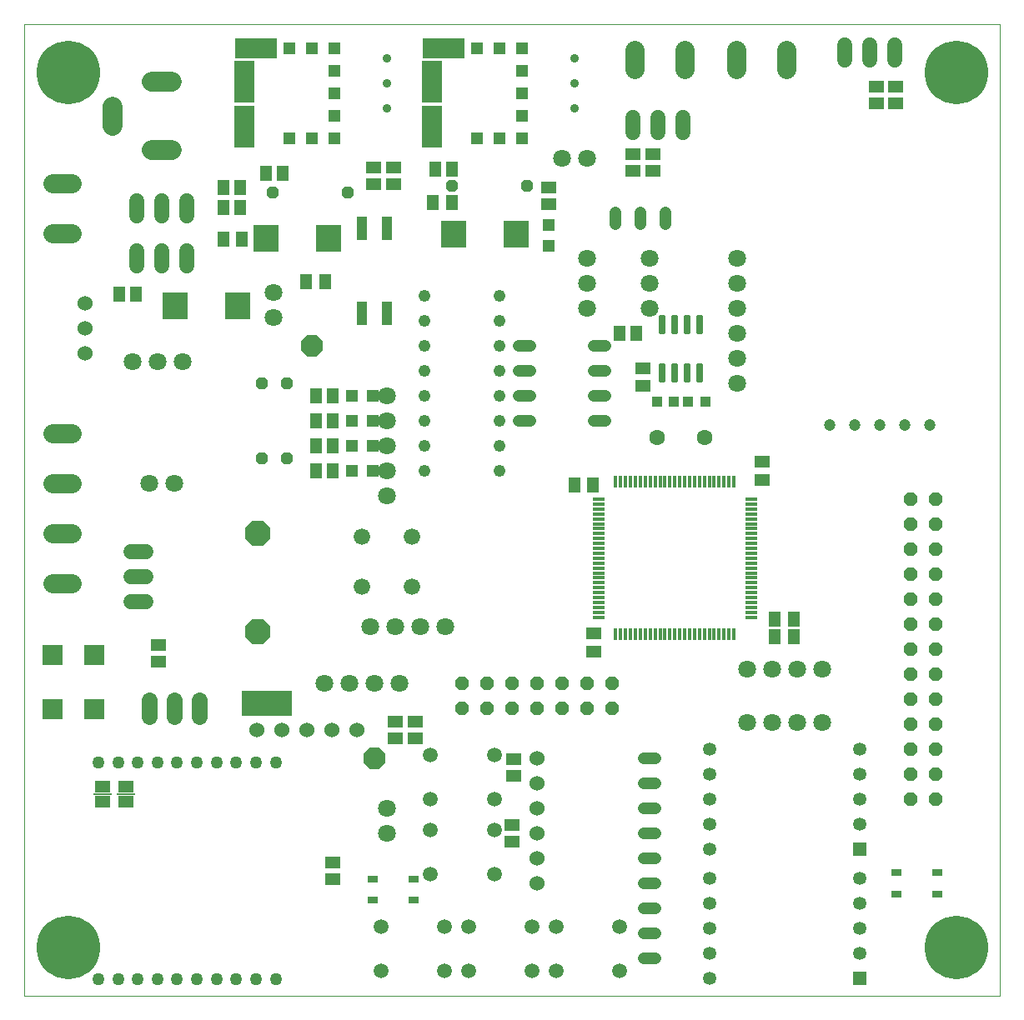
<source format=gts>
G04 EAGLE Gerber X2 export*
%TF.Part,Single*%
%TF.FileFunction,Other,Solder Mask top*%
%TF.FilePolarity,Positive*%
%TF.GenerationSoftware,Autodesk,EAGLE,9.2.1*%
%TF.CreationDate,2019-04-01T06:43:25Z*%
G75*
%MOMM*%
%FSLAX34Y34*%
%LPD*%
%INSolder Mask top*%
%IPPOS*%
%AMOC8*
5,1,8,0,0,1.08239X$1,22.5*%
G01*
%ADD10C,0.000000*%
%ADD11R,1.270000X1.270000*%
%ADD12R,2.030000X4.320000*%
%ADD13R,4.320000X2.030000*%
%ADD14R,1.500000X1.300000*%
%ADD15R,1.300000X1.500000*%
%ADD16C,1.676400*%
%ADD17C,1.800000*%
%ADD18C,1.219200*%
%ADD19P,1.319650X8X202.500000*%
%ADD20P,1.484606X8X202.500000*%
%ADD21C,1.524000*%
%ADD22P,1.319650X8X22.500000*%
%ADD23C,1.650000*%
%ADD24P,2.749271X8X292.500000*%
%ADD25C,0.914400*%
%ADD26R,1.130000X2.440000*%
%ADD27R,1.200000X1.200000*%
%ADD28C,1.981200*%
%ADD29P,1.484606X8X292.500000*%
%ADD30C,1.524000*%
%ADD31C,0.300000*%
%ADD32C,2.000000*%
%ADD33C,1.500000*%
%ADD34P,2.336880X8X22.500000*%
%ADD35R,5.080000X2.540000*%
%ADD36R,2.550000X2.700000*%
%ADD37R,2.100000X2.100000*%
%ADD38C,1.219200*%
%ADD39R,0.300000X1.200000*%
%ADD40R,1.200000X0.300000*%
%ADD41C,1.270000*%
%ADD42R,1.100000X1.000000*%
%ADD43R,1.600200X1.168400*%
%ADD44R,1.828800X0.152400*%
%ADD45R,1.050000X0.650000*%
%ADD46C,1.600000*%
%ADD47C,1.200000*%
%ADD48R,1.350000X1.350000*%
%ADD49C,1.350000*%
%ADD50C,6.451600*%


D10*
X0Y12700D02*
X990400Y12700D01*
X990400Y1000000D01*
X0Y1000000D01*
X0Y12700D01*
D11*
X269200Y883900D03*
D12*
X223500Y895300D03*
X223500Y941100D03*
D13*
X234900Y975400D03*
D11*
X269200Y975400D03*
X315000Y975400D03*
X315000Y929700D03*
X315000Y906800D03*
X315000Y883900D03*
X292100Y883900D03*
X292100Y975400D03*
X315000Y952500D03*
X459700Y883900D03*
D12*
X414000Y895300D03*
X414000Y941100D03*
D13*
X425400Y975400D03*
D11*
X459700Y975400D03*
X505500Y975400D03*
X505500Y929700D03*
X505500Y906800D03*
X505500Y883900D03*
X482600Y883900D03*
X482600Y975400D03*
X505500Y952500D03*
D14*
X374904Y854066D03*
X374904Y837066D03*
D15*
X433950Y852170D03*
X416950Y852170D03*
X201812Y834136D03*
X218812Y834136D03*
X245500Y848614D03*
X262500Y848614D03*
D16*
X393700Y479425D03*
X342900Y479425D03*
X342900Y428625D03*
X393700Y428625D03*
D15*
X621275Y685800D03*
X604275Y685800D03*
D14*
X628396Y649723D03*
X628396Y632723D03*
D17*
X381000Y330200D03*
X355600Y330200D03*
X330200Y330200D03*
X304800Y330200D03*
D18*
X482600Y546100D03*
X482600Y571500D03*
X482600Y698500D03*
X482600Y723900D03*
X482600Y596900D03*
X482600Y622300D03*
X482600Y673100D03*
X482600Y647700D03*
X406400Y723900D03*
X406400Y698500D03*
X406400Y673100D03*
X406400Y647700D03*
X406400Y622300D03*
X406400Y596900D03*
X406400Y571500D03*
X406400Y546100D03*
D15*
X313300Y546100D03*
X296300Y546100D03*
X313300Y571500D03*
X296300Y571500D03*
X313300Y596900D03*
X296300Y596900D03*
X313300Y622300D03*
X296300Y622300D03*
D17*
X368300Y520700D03*
X368300Y546100D03*
X368300Y571500D03*
X368300Y596900D03*
X368300Y622300D03*
D19*
X266700Y635000D03*
X241300Y635000D03*
X266700Y558800D03*
X241300Y558800D03*
D14*
X135890Y352180D03*
X135890Y369180D03*
D15*
X113275Y725488D03*
X96275Y725488D03*
D17*
X127000Y533400D03*
X152400Y533400D03*
D20*
X596900Y304800D03*
X596900Y330200D03*
X571500Y304800D03*
X571500Y330200D03*
X546100Y304800D03*
X546100Y330200D03*
X520700Y304800D03*
X520700Y330200D03*
X495300Y304800D03*
X495300Y330200D03*
X469900Y304800D03*
X469900Y330200D03*
X444500Y304800D03*
X444500Y330200D03*
D21*
X114300Y805180D02*
X114300Y820420D01*
X139700Y820420D02*
X139700Y805180D01*
X165100Y805180D02*
X165100Y820420D01*
X123190Y412750D02*
X107950Y412750D01*
X107950Y438150D02*
X123190Y438150D01*
X123190Y463550D02*
X107950Y463550D01*
X114300Y754380D02*
X114300Y769620D01*
X139700Y769620D02*
X139700Y754380D01*
X165100Y754380D02*
X165100Y769620D01*
D22*
X433832Y835914D03*
X510032Y835914D03*
X252222Y828548D03*
X328422Y828548D03*
D23*
X177800Y313050D02*
X177800Y296550D01*
X152400Y296550D02*
X152400Y313050D01*
X127000Y313050D02*
X127000Y296550D01*
D24*
X236728Y482346D03*
X236728Y382270D03*
D14*
X354330Y837066D03*
X354330Y854066D03*
D15*
X218812Y813562D03*
X201812Y813562D03*
D25*
X558800Y965200D03*
X558800Y939800D03*
X558800Y914400D03*
X368300Y965200D03*
X368300Y939800D03*
X368300Y914400D03*
D26*
X368300Y792300D03*
X342900Y792300D03*
X342900Y706300D03*
X368300Y706300D03*
D17*
X723900Y762000D03*
X723900Y736600D03*
X723900Y711200D03*
X723900Y685800D03*
X723900Y660400D03*
X723900Y635000D03*
D27*
X353400Y546100D03*
X332400Y546100D03*
X353400Y571500D03*
X332400Y571500D03*
X353400Y596900D03*
X332400Y596900D03*
X353400Y622300D03*
X332400Y622300D03*
D17*
X109792Y657162D03*
X135192Y657162D03*
X160592Y657162D03*
D28*
X48006Y482346D02*
X28194Y482346D01*
X28194Y432054D02*
X48006Y432054D01*
X48006Y583946D02*
X28194Y583946D01*
X28194Y533654D02*
X48006Y533654D01*
X48006Y837946D02*
X28194Y837946D01*
X28194Y787654D02*
X48006Y787654D01*
D29*
X925513Y517525D03*
X900113Y517525D03*
X925513Y492125D03*
X900113Y492125D03*
X925513Y466725D03*
X900113Y466725D03*
X925513Y441325D03*
X900113Y441325D03*
X925513Y415925D03*
X900113Y415925D03*
X925513Y390525D03*
X900113Y390525D03*
X925513Y365125D03*
X900113Y365125D03*
X925513Y339725D03*
X900113Y339725D03*
X925513Y314325D03*
X900113Y314325D03*
X925513Y288925D03*
X900113Y288925D03*
X925513Y263525D03*
X900113Y263525D03*
X925513Y238125D03*
X900113Y238125D03*
X925513Y212725D03*
X900113Y212725D03*
D17*
X635000Y711200D03*
X635000Y736600D03*
X635000Y762000D03*
X571500Y711200D03*
X571500Y736600D03*
X571500Y762000D03*
X368300Y177800D03*
X368300Y203200D03*
D30*
X235966Y282956D03*
X261366Y282956D03*
X286766Y282956D03*
X312166Y282956D03*
X337566Y282956D03*
D31*
X649200Y637275D02*
X649200Y653375D01*
X649200Y637275D02*
X646200Y637275D01*
X646200Y653375D01*
X649200Y653375D01*
X649200Y640125D02*
X646200Y640125D01*
X646200Y642975D02*
X649200Y642975D01*
X649200Y645825D02*
X646200Y645825D01*
X646200Y648675D02*
X649200Y648675D01*
X649200Y651525D02*
X646200Y651525D01*
X661900Y653375D02*
X661900Y637275D01*
X658900Y637275D01*
X658900Y653375D01*
X661900Y653375D01*
X661900Y640125D02*
X658900Y640125D01*
X658900Y642975D02*
X661900Y642975D01*
X661900Y645825D02*
X658900Y645825D01*
X658900Y648675D02*
X661900Y648675D01*
X661900Y651525D02*
X658900Y651525D01*
X674600Y653375D02*
X674600Y637275D01*
X671600Y637275D01*
X671600Y653375D01*
X674600Y653375D01*
X674600Y640125D02*
X671600Y640125D01*
X671600Y642975D02*
X674600Y642975D01*
X674600Y645825D02*
X671600Y645825D01*
X671600Y648675D02*
X674600Y648675D01*
X674600Y651525D02*
X671600Y651525D01*
X687300Y653375D02*
X687300Y637275D01*
X684300Y637275D01*
X684300Y653375D01*
X687300Y653375D01*
X687300Y640125D02*
X684300Y640125D01*
X684300Y642975D02*
X687300Y642975D01*
X687300Y645825D02*
X684300Y645825D01*
X684300Y648675D02*
X687300Y648675D01*
X687300Y651525D02*
X684300Y651525D01*
X687300Y686475D02*
X687300Y702575D01*
X687300Y686475D02*
X684300Y686475D01*
X684300Y702575D01*
X687300Y702575D01*
X687300Y689325D02*
X684300Y689325D01*
X684300Y692175D02*
X687300Y692175D01*
X687300Y695025D02*
X684300Y695025D01*
X684300Y697875D02*
X687300Y697875D01*
X687300Y700725D02*
X684300Y700725D01*
X674600Y702575D02*
X674600Y686475D01*
X671600Y686475D01*
X671600Y702575D01*
X674600Y702575D01*
X674600Y689325D02*
X671600Y689325D01*
X671600Y692175D02*
X674600Y692175D01*
X674600Y695025D02*
X671600Y695025D01*
X671600Y697875D02*
X674600Y697875D01*
X674600Y700725D02*
X671600Y700725D01*
X661900Y702575D02*
X661900Y686475D01*
X658900Y686475D01*
X658900Y702575D01*
X661900Y702575D01*
X661900Y689325D02*
X658900Y689325D01*
X658900Y692175D02*
X661900Y692175D01*
X661900Y695025D02*
X658900Y695025D01*
X658900Y697875D02*
X661900Y697875D01*
X661900Y700725D02*
X658900Y700725D01*
X649200Y702575D02*
X649200Y686475D01*
X646200Y686475D01*
X646200Y702575D01*
X649200Y702575D01*
X649200Y689325D02*
X646200Y689325D01*
X646200Y692175D02*
X649200Y692175D01*
X649200Y695025D02*
X646200Y695025D01*
X646200Y697875D02*
X649200Y697875D01*
X649200Y700725D02*
X646200Y700725D01*
D17*
X253111Y726758D03*
X253111Y701358D03*
X571500Y863600D03*
X546100Y863600D03*
D10*
X149700Y936700D02*
X149840Y936702D01*
X149980Y936708D01*
X150120Y936718D01*
X150260Y936731D01*
X150399Y936749D01*
X150538Y936771D01*
X150675Y936796D01*
X150813Y936825D01*
X150949Y936858D01*
X151084Y936895D01*
X151218Y936936D01*
X151351Y936981D01*
X151483Y937029D01*
X151613Y937081D01*
X151742Y937136D01*
X151869Y937195D01*
X151995Y937258D01*
X152119Y937324D01*
X152240Y937393D01*
X152360Y937466D01*
X152478Y937543D01*
X152593Y937622D01*
X152707Y937705D01*
X152817Y937791D01*
X152926Y937880D01*
X153032Y937972D01*
X153135Y938067D01*
X153236Y938164D01*
X153333Y938265D01*
X153428Y938368D01*
X153520Y938474D01*
X153609Y938583D01*
X153695Y938693D01*
X153778Y938807D01*
X153857Y938922D01*
X153934Y939040D01*
X154007Y939160D01*
X154076Y939281D01*
X154142Y939405D01*
X154205Y939531D01*
X154264Y939658D01*
X154319Y939787D01*
X154371Y939917D01*
X154419Y940049D01*
X154464Y940182D01*
X154505Y940316D01*
X154542Y940451D01*
X154575Y940587D01*
X154604Y940725D01*
X154629Y940862D01*
X154651Y941001D01*
X154669Y941140D01*
X154682Y941280D01*
X154692Y941420D01*
X154698Y941560D01*
X154700Y941700D01*
X154698Y941840D01*
X154692Y941980D01*
X154682Y942120D01*
X154669Y942260D01*
X154651Y942399D01*
X154629Y942538D01*
X154604Y942675D01*
X154575Y942813D01*
X154542Y942949D01*
X154505Y943084D01*
X154464Y943218D01*
X154419Y943351D01*
X154371Y943483D01*
X154319Y943613D01*
X154264Y943742D01*
X154205Y943869D01*
X154142Y943995D01*
X154076Y944119D01*
X154007Y944240D01*
X153934Y944360D01*
X153857Y944478D01*
X153778Y944593D01*
X153695Y944707D01*
X153609Y944817D01*
X153520Y944926D01*
X153428Y945032D01*
X153333Y945135D01*
X153236Y945236D01*
X153135Y945333D01*
X153032Y945428D01*
X152926Y945520D01*
X152817Y945609D01*
X152707Y945695D01*
X152593Y945778D01*
X152478Y945857D01*
X152360Y945934D01*
X152240Y946007D01*
X152119Y946076D01*
X151995Y946142D01*
X151869Y946205D01*
X151742Y946264D01*
X151613Y946319D01*
X151483Y946371D01*
X151351Y946419D01*
X151218Y946464D01*
X151084Y946505D01*
X150949Y946542D01*
X150813Y946575D01*
X150675Y946604D01*
X150538Y946629D01*
X150399Y946651D01*
X150260Y946669D01*
X150120Y946682D01*
X149980Y946692D01*
X149840Y946698D01*
X149700Y946700D01*
X129700Y946700D02*
X129560Y946698D01*
X129420Y946692D01*
X129280Y946682D01*
X129140Y946669D01*
X129001Y946651D01*
X128862Y946629D01*
X128725Y946604D01*
X128587Y946575D01*
X128451Y946542D01*
X128316Y946505D01*
X128182Y946464D01*
X128049Y946419D01*
X127917Y946371D01*
X127787Y946319D01*
X127658Y946264D01*
X127531Y946205D01*
X127405Y946142D01*
X127281Y946076D01*
X127160Y946007D01*
X127040Y945934D01*
X126922Y945857D01*
X126807Y945778D01*
X126693Y945695D01*
X126583Y945609D01*
X126474Y945520D01*
X126368Y945428D01*
X126265Y945333D01*
X126164Y945236D01*
X126067Y945135D01*
X125972Y945032D01*
X125880Y944926D01*
X125791Y944817D01*
X125705Y944707D01*
X125622Y944593D01*
X125543Y944478D01*
X125466Y944360D01*
X125393Y944240D01*
X125324Y944119D01*
X125258Y943995D01*
X125195Y943869D01*
X125136Y943742D01*
X125081Y943613D01*
X125029Y943483D01*
X124981Y943351D01*
X124936Y943218D01*
X124895Y943084D01*
X124858Y942949D01*
X124825Y942813D01*
X124796Y942675D01*
X124771Y942538D01*
X124749Y942399D01*
X124731Y942260D01*
X124718Y942120D01*
X124708Y941980D01*
X124702Y941840D01*
X124700Y941700D01*
X124702Y941560D01*
X124708Y941420D01*
X124718Y941280D01*
X124731Y941140D01*
X124749Y941001D01*
X124771Y940862D01*
X124796Y940725D01*
X124825Y940587D01*
X124858Y940451D01*
X124895Y940316D01*
X124936Y940182D01*
X124981Y940049D01*
X125029Y939917D01*
X125081Y939787D01*
X125136Y939658D01*
X125195Y939531D01*
X125258Y939405D01*
X125324Y939281D01*
X125393Y939160D01*
X125466Y939040D01*
X125543Y938922D01*
X125622Y938807D01*
X125705Y938693D01*
X125791Y938583D01*
X125880Y938474D01*
X125972Y938368D01*
X126067Y938265D01*
X126164Y938164D01*
X126265Y938067D01*
X126368Y937972D01*
X126474Y937880D01*
X126583Y937791D01*
X126693Y937705D01*
X126807Y937622D01*
X126922Y937543D01*
X127040Y937466D01*
X127160Y937393D01*
X127281Y937324D01*
X127405Y937258D01*
X127531Y937195D01*
X127658Y937136D01*
X127787Y937081D01*
X127917Y937029D01*
X128049Y936981D01*
X128182Y936936D01*
X128316Y936895D01*
X128451Y936858D01*
X128587Y936825D01*
X128725Y936796D01*
X128862Y936771D01*
X129001Y936749D01*
X129140Y936731D01*
X129280Y936718D01*
X129420Y936708D01*
X129560Y936702D01*
X129700Y936700D01*
X149700Y936700D01*
X149700Y946700D02*
X129700Y946700D01*
X94700Y894700D02*
X94698Y894560D01*
X94692Y894420D01*
X94682Y894280D01*
X94669Y894140D01*
X94651Y894001D01*
X94629Y893862D01*
X94604Y893725D01*
X94575Y893587D01*
X94542Y893451D01*
X94505Y893316D01*
X94464Y893182D01*
X94419Y893049D01*
X94371Y892917D01*
X94319Y892787D01*
X94264Y892658D01*
X94205Y892531D01*
X94142Y892405D01*
X94076Y892281D01*
X94007Y892160D01*
X93934Y892040D01*
X93857Y891922D01*
X93778Y891807D01*
X93695Y891693D01*
X93609Y891583D01*
X93520Y891474D01*
X93428Y891368D01*
X93333Y891265D01*
X93236Y891164D01*
X93135Y891067D01*
X93032Y890972D01*
X92926Y890880D01*
X92817Y890791D01*
X92707Y890705D01*
X92593Y890622D01*
X92478Y890543D01*
X92360Y890466D01*
X92240Y890393D01*
X92119Y890324D01*
X91995Y890258D01*
X91869Y890195D01*
X91742Y890136D01*
X91613Y890081D01*
X91483Y890029D01*
X91351Y889981D01*
X91218Y889936D01*
X91084Y889895D01*
X90949Y889858D01*
X90813Y889825D01*
X90675Y889796D01*
X90538Y889771D01*
X90399Y889749D01*
X90260Y889731D01*
X90120Y889718D01*
X89980Y889708D01*
X89840Y889702D01*
X89700Y889700D01*
X89560Y889702D01*
X89420Y889708D01*
X89280Y889718D01*
X89140Y889731D01*
X89001Y889749D01*
X88862Y889771D01*
X88725Y889796D01*
X88587Y889825D01*
X88451Y889858D01*
X88316Y889895D01*
X88182Y889936D01*
X88049Y889981D01*
X87917Y890029D01*
X87787Y890081D01*
X87658Y890136D01*
X87531Y890195D01*
X87405Y890258D01*
X87281Y890324D01*
X87160Y890393D01*
X87040Y890466D01*
X86922Y890543D01*
X86807Y890622D01*
X86693Y890705D01*
X86583Y890791D01*
X86474Y890880D01*
X86368Y890972D01*
X86265Y891067D01*
X86164Y891164D01*
X86067Y891265D01*
X85972Y891368D01*
X85880Y891474D01*
X85791Y891583D01*
X85705Y891693D01*
X85622Y891807D01*
X85543Y891922D01*
X85466Y892040D01*
X85393Y892160D01*
X85324Y892281D01*
X85258Y892405D01*
X85195Y892531D01*
X85136Y892658D01*
X85081Y892787D01*
X85029Y892917D01*
X84981Y893049D01*
X84936Y893182D01*
X84895Y893316D01*
X84858Y893451D01*
X84825Y893587D01*
X84796Y893725D01*
X84771Y893862D01*
X84749Y894001D01*
X84731Y894140D01*
X84718Y894280D01*
X84708Y894420D01*
X84702Y894560D01*
X84700Y894700D01*
X84700Y917700D02*
X84702Y917840D01*
X84708Y917980D01*
X84718Y918120D01*
X84731Y918260D01*
X84749Y918399D01*
X84771Y918538D01*
X84796Y918675D01*
X84825Y918813D01*
X84858Y918949D01*
X84895Y919084D01*
X84936Y919218D01*
X84981Y919351D01*
X85029Y919483D01*
X85081Y919613D01*
X85136Y919742D01*
X85195Y919869D01*
X85258Y919995D01*
X85324Y920119D01*
X85393Y920240D01*
X85466Y920360D01*
X85543Y920478D01*
X85622Y920593D01*
X85705Y920707D01*
X85791Y920817D01*
X85880Y920926D01*
X85972Y921032D01*
X86067Y921135D01*
X86164Y921236D01*
X86265Y921333D01*
X86368Y921428D01*
X86474Y921520D01*
X86583Y921609D01*
X86693Y921695D01*
X86807Y921778D01*
X86922Y921857D01*
X87040Y921934D01*
X87160Y922007D01*
X87281Y922076D01*
X87405Y922142D01*
X87531Y922205D01*
X87658Y922264D01*
X87787Y922319D01*
X87917Y922371D01*
X88049Y922419D01*
X88182Y922464D01*
X88316Y922505D01*
X88451Y922542D01*
X88587Y922575D01*
X88725Y922604D01*
X88862Y922629D01*
X89001Y922651D01*
X89140Y922669D01*
X89280Y922682D01*
X89420Y922692D01*
X89560Y922698D01*
X89700Y922700D01*
X89840Y922698D01*
X89980Y922692D01*
X90120Y922682D01*
X90260Y922669D01*
X90399Y922651D01*
X90538Y922629D01*
X90675Y922604D01*
X90813Y922575D01*
X90949Y922542D01*
X91084Y922505D01*
X91218Y922464D01*
X91351Y922419D01*
X91483Y922371D01*
X91613Y922319D01*
X91742Y922264D01*
X91869Y922205D01*
X91995Y922142D01*
X92119Y922076D01*
X92240Y922007D01*
X92360Y921934D01*
X92478Y921857D01*
X92593Y921778D01*
X92707Y921695D01*
X92817Y921609D01*
X92926Y921520D01*
X93032Y921428D01*
X93135Y921333D01*
X93236Y921236D01*
X93333Y921135D01*
X93428Y921032D01*
X93520Y920926D01*
X93609Y920817D01*
X93695Y920707D01*
X93778Y920593D01*
X93857Y920478D01*
X93934Y920360D01*
X94007Y920240D01*
X94076Y920119D01*
X94142Y919995D01*
X94205Y919869D01*
X94264Y919742D01*
X94319Y919613D01*
X94371Y919483D01*
X94419Y919351D01*
X94464Y919218D01*
X94505Y919084D01*
X94542Y918949D01*
X94575Y918813D01*
X94604Y918675D01*
X94629Y918538D01*
X94651Y918399D01*
X94669Y918260D01*
X94682Y918120D01*
X94692Y917980D01*
X94698Y917840D01*
X94700Y917700D01*
X84700Y917700D02*
X84700Y894700D01*
X94700Y894700D02*
X94700Y917700D01*
X150700Y876700D02*
X150840Y876698D01*
X150980Y876692D01*
X151120Y876682D01*
X151260Y876669D01*
X151399Y876651D01*
X151538Y876629D01*
X151675Y876604D01*
X151813Y876575D01*
X151949Y876542D01*
X152084Y876505D01*
X152218Y876464D01*
X152351Y876419D01*
X152483Y876371D01*
X152613Y876319D01*
X152742Y876264D01*
X152869Y876205D01*
X152995Y876142D01*
X153119Y876076D01*
X153240Y876007D01*
X153360Y875934D01*
X153478Y875857D01*
X153593Y875778D01*
X153707Y875695D01*
X153817Y875609D01*
X153926Y875520D01*
X154032Y875428D01*
X154135Y875333D01*
X154236Y875236D01*
X154333Y875135D01*
X154428Y875032D01*
X154520Y874926D01*
X154609Y874817D01*
X154695Y874707D01*
X154778Y874593D01*
X154857Y874478D01*
X154934Y874360D01*
X155007Y874240D01*
X155076Y874119D01*
X155142Y873995D01*
X155205Y873869D01*
X155264Y873742D01*
X155319Y873613D01*
X155371Y873483D01*
X155419Y873351D01*
X155464Y873218D01*
X155505Y873084D01*
X155542Y872949D01*
X155575Y872813D01*
X155604Y872675D01*
X155629Y872538D01*
X155651Y872399D01*
X155669Y872260D01*
X155682Y872120D01*
X155692Y871980D01*
X155698Y871840D01*
X155700Y871700D01*
X155698Y871560D01*
X155692Y871420D01*
X155682Y871280D01*
X155669Y871140D01*
X155651Y871001D01*
X155629Y870862D01*
X155604Y870725D01*
X155575Y870587D01*
X155542Y870451D01*
X155505Y870316D01*
X155464Y870182D01*
X155419Y870049D01*
X155371Y869917D01*
X155319Y869787D01*
X155264Y869658D01*
X155205Y869531D01*
X155142Y869405D01*
X155076Y869281D01*
X155007Y869160D01*
X154934Y869040D01*
X154857Y868922D01*
X154778Y868807D01*
X154695Y868693D01*
X154609Y868583D01*
X154520Y868474D01*
X154428Y868368D01*
X154333Y868265D01*
X154236Y868164D01*
X154135Y868067D01*
X154032Y867972D01*
X153926Y867880D01*
X153817Y867791D01*
X153707Y867705D01*
X153593Y867622D01*
X153478Y867543D01*
X153360Y867466D01*
X153240Y867393D01*
X153119Y867324D01*
X152995Y867258D01*
X152869Y867195D01*
X152742Y867136D01*
X152613Y867081D01*
X152483Y867029D01*
X152351Y866981D01*
X152218Y866936D01*
X152084Y866895D01*
X151949Y866858D01*
X151813Y866825D01*
X151675Y866796D01*
X151538Y866771D01*
X151399Y866749D01*
X151260Y866731D01*
X151120Y866718D01*
X150980Y866708D01*
X150840Y866702D01*
X150700Y866700D01*
X128700Y866700D02*
X128560Y866702D01*
X128420Y866708D01*
X128280Y866718D01*
X128140Y866731D01*
X128001Y866749D01*
X127862Y866771D01*
X127725Y866796D01*
X127587Y866825D01*
X127451Y866858D01*
X127316Y866895D01*
X127182Y866936D01*
X127049Y866981D01*
X126917Y867029D01*
X126787Y867081D01*
X126658Y867136D01*
X126531Y867195D01*
X126405Y867258D01*
X126281Y867324D01*
X126160Y867393D01*
X126040Y867466D01*
X125922Y867543D01*
X125807Y867622D01*
X125693Y867705D01*
X125583Y867791D01*
X125474Y867880D01*
X125368Y867972D01*
X125265Y868067D01*
X125164Y868164D01*
X125067Y868265D01*
X124972Y868368D01*
X124880Y868474D01*
X124791Y868583D01*
X124705Y868693D01*
X124622Y868807D01*
X124543Y868922D01*
X124466Y869040D01*
X124393Y869160D01*
X124324Y869281D01*
X124258Y869405D01*
X124195Y869531D01*
X124136Y869658D01*
X124081Y869787D01*
X124029Y869917D01*
X123981Y870049D01*
X123936Y870182D01*
X123895Y870316D01*
X123858Y870451D01*
X123825Y870587D01*
X123796Y870725D01*
X123771Y870862D01*
X123749Y871001D01*
X123731Y871140D01*
X123718Y871280D01*
X123708Y871420D01*
X123702Y871560D01*
X123700Y871700D01*
X123702Y871840D01*
X123708Y871980D01*
X123718Y872120D01*
X123731Y872260D01*
X123749Y872399D01*
X123771Y872538D01*
X123796Y872675D01*
X123825Y872813D01*
X123858Y872949D01*
X123895Y873084D01*
X123936Y873218D01*
X123981Y873351D01*
X124029Y873483D01*
X124081Y873613D01*
X124136Y873742D01*
X124195Y873869D01*
X124258Y873995D01*
X124324Y874119D01*
X124393Y874240D01*
X124466Y874360D01*
X124543Y874478D01*
X124622Y874593D01*
X124705Y874707D01*
X124791Y874817D01*
X124880Y874926D01*
X124972Y875032D01*
X125067Y875135D01*
X125164Y875236D01*
X125265Y875333D01*
X125368Y875428D01*
X125474Y875520D01*
X125583Y875609D01*
X125693Y875695D01*
X125807Y875778D01*
X125922Y875857D01*
X126040Y875934D01*
X126160Y876007D01*
X126281Y876076D01*
X126405Y876142D01*
X126531Y876205D01*
X126658Y876264D01*
X126787Y876319D01*
X126917Y876371D01*
X127049Y876419D01*
X127182Y876464D01*
X127316Y876505D01*
X127451Y876542D01*
X127587Y876575D01*
X127725Y876604D01*
X127862Y876629D01*
X128001Y876651D01*
X128140Y876669D01*
X128280Y876682D01*
X128420Y876692D01*
X128560Y876698D01*
X128700Y876700D01*
X150700Y876700D01*
X150700Y866700D02*
X128700Y866700D01*
D32*
X129700Y941700D02*
X149700Y941700D01*
X149700Y871700D02*
X129700Y871700D01*
X89700Y896200D02*
X89700Y916200D01*
D33*
X426835Y37825D03*
X361835Y37825D03*
X426835Y82825D03*
X361835Y82825D03*
X515735Y37825D03*
X450735Y37825D03*
X515735Y82825D03*
X450735Y82825D03*
X604635Y37825D03*
X539635Y37825D03*
X604635Y82825D03*
X539635Y82825D03*
D34*
X355600Y254000D03*
D35*
X246063Y309563D03*
D34*
X292100Y673100D03*
D17*
X427038Y387350D03*
X401638Y387350D03*
X376238Y387350D03*
X350838Y387350D03*
D27*
X532384Y795360D03*
X532384Y774360D03*
D14*
X532384Y834254D03*
X532384Y817254D03*
D36*
X152718Y713486D03*
X216218Y713486D03*
D15*
X201828Y781114D03*
X220828Y781114D03*
D36*
X435864Y786003D03*
X499364Y786003D03*
D15*
X433934Y818642D03*
X414934Y818642D03*
D36*
X245047Y782003D03*
X308547Y782003D03*
D15*
X286093Y738442D03*
X305093Y738442D03*
D30*
X61722Y664972D03*
X61722Y690372D03*
X61722Y715772D03*
D37*
X70784Y358462D03*
X28784Y358462D03*
X28784Y303462D03*
X70784Y303462D03*
D38*
X650494Y796544D02*
X650494Y808736D01*
X625094Y808736D02*
X625094Y796544D01*
X599694Y796544D02*
X599694Y808736D01*
D39*
X720400Y534700D03*
X715400Y534700D03*
X710400Y534700D03*
X705400Y534700D03*
X700400Y534700D03*
X695400Y534700D03*
X690400Y534700D03*
X685400Y534700D03*
X680400Y534700D03*
X675400Y534700D03*
X670400Y534700D03*
X665400Y534700D03*
X660400Y534700D03*
X655400Y534700D03*
X650400Y534700D03*
X645400Y534700D03*
X640400Y534700D03*
X635400Y534700D03*
X630400Y534700D03*
X625400Y534700D03*
X620400Y534700D03*
X615400Y534700D03*
X610400Y534700D03*
X605400Y534700D03*
X600400Y534700D03*
D40*
X582900Y517200D03*
X582900Y512200D03*
X582900Y507200D03*
X582900Y502200D03*
X582900Y497200D03*
X582900Y492200D03*
X582900Y487200D03*
X582900Y482200D03*
X582900Y477200D03*
X582900Y472200D03*
X582900Y467200D03*
X582900Y462200D03*
X582900Y457200D03*
X582900Y452200D03*
X582900Y447200D03*
X582900Y442200D03*
X582900Y437200D03*
X582900Y432200D03*
X582900Y427200D03*
X582900Y422200D03*
X582900Y417200D03*
X582900Y412200D03*
X582900Y407200D03*
X582900Y402200D03*
X582900Y397200D03*
D39*
X600400Y379700D03*
X605400Y379700D03*
X610400Y379700D03*
X615400Y379700D03*
X620400Y379700D03*
X625400Y379700D03*
X630400Y379700D03*
X635400Y379700D03*
X640400Y379700D03*
X645400Y379700D03*
X650400Y379700D03*
X655400Y379700D03*
X660400Y379700D03*
X665400Y379700D03*
X670400Y379700D03*
X675400Y379700D03*
X680400Y379700D03*
X685400Y379700D03*
X690400Y379700D03*
X695400Y379700D03*
X700400Y379700D03*
X705400Y379700D03*
X710400Y379700D03*
X715400Y379700D03*
X720400Y379700D03*
D40*
X737900Y397200D03*
X737900Y402200D03*
X737900Y407200D03*
X737900Y412200D03*
X737900Y417200D03*
X737900Y422200D03*
X737900Y427200D03*
X737900Y432200D03*
X737900Y437200D03*
X737900Y442200D03*
X737900Y447200D03*
X737900Y452200D03*
X737900Y457200D03*
X737900Y462200D03*
X737900Y467200D03*
X737900Y472200D03*
X737900Y477200D03*
X737900Y482200D03*
X737900Y487200D03*
X737900Y492200D03*
X737900Y497200D03*
X737900Y502200D03*
X737900Y507200D03*
X737900Y512200D03*
X737900Y517200D03*
D15*
X558444Y531495D03*
X577444Y531495D03*
D14*
X749300Y555600D03*
X749300Y536600D03*
X577850Y361975D03*
X577850Y380975D03*
D15*
X781025Y395288D03*
X762025Y395288D03*
D33*
X477000Y136250D03*
X412000Y136250D03*
X477000Y181250D03*
X412000Y181250D03*
D14*
X495300Y186300D03*
X495300Y169300D03*
D17*
X733425Y344488D03*
X758825Y344488D03*
X784225Y344488D03*
X809625Y344488D03*
X733425Y290513D03*
X758825Y290513D03*
X784225Y290513D03*
X809625Y290513D03*
D41*
X75100Y29700D03*
X95100Y29700D03*
X115100Y29700D03*
X135100Y29700D03*
X155100Y29700D03*
X175100Y29700D03*
X195100Y29700D03*
X215100Y29700D03*
X235100Y29700D03*
X255100Y29700D03*
X255100Y249700D03*
X235100Y249700D03*
X215100Y249700D03*
X195100Y249700D03*
X175100Y249700D03*
X155100Y249700D03*
X135100Y249700D03*
X115100Y249700D03*
X95100Y249700D03*
X75100Y249700D03*
D14*
X496888Y252975D03*
X496888Y235975D03*
D33*
X477000Y212450D03*
X412000Y212450D03*
X477000Y257450D03*
X412000Y257450D03*
D30*
X520700Y127000D03*
X520700Y152400D03*
X520700Y177800D03*
X520700Y203200D03*
X520700Y228600D03*
X520700Y254000D03*
D38*
X514096Y673100D02*
X501904Y673100D01*
X501904Y647700D02*
X514096Y647700D01*
X514096Y622300D02*
X501904Y622300D01*
X501904Y596900D02*
X514096Y596900D01*
X578104Y596900D02*
X590296Y596900D01*
X590296Y622300D02*
X578104Y622300D01*
X578104Y647700D02*
X590296Y647700D01*
X590296Y673100D02*
X578104Y673100D01*
X628904Y254000D02*
X641096Y254000D01*
X641096Y228600D02*
X628904Y228600D01*
X628904Y203200D02*
X641096Y203200D01*
X641096Y177800D02*
X628904Y177800D01*
X628904Y152400D02*
X641096Y152400D01*
X641096Y127000D02*
X628904Y127000D01*
X628904Y101600D02*
X641096Y101600D01*
X641096Y76200D02*
X628904Y76200D01*
X628904Y50800D02*
X641096Y50800D01*
D14*
X617728Y851036D03*
X617728Y868036D03*
D21*
X617728Y890016D02*
X617728Y905256D01*
X643128Y905256D02*
X643128Y890016D01*
X668528Y890016D02*
X668528Y905256D01*
D28*
X670052Y954024D02*
X670052Y973836D01*
X619760Y973836D02*
X619760Y954024D01*
D14*
X638048Y868036D03*
X638048Y851036D03*
X884428Y919299D03*
X884428Y936299D03*
D21*
X884047Y963232D02*
X884047Y978472D01*
X858647Y978472D02*
X858647Y963232D01*
X833247Y963232D02*
X833247Y978472D01*
D28*
X773303Y973709D02*
X773303Y953897D01*
X723011Y953897D02*
X723011Y973709D01*
D14*
X865061Y936299D03*
X865061Y919299D03*
D15*
X762025Y377825D03*
X781025Y377825D03*
D42*
X674125Y615950D03*
X691125Y615950D03*
X659375Y615950D03*
X642375Y615950D03*
D43*
X103188Y209868D03*
X103188Y225108D03*
D44*
X103188Y217488D03*
D43*
X79375Y209868D03*
X79375Y225108D03*
D44*
X79375Y217488D03*
D14*
X312738Y131200D03*
X312738Y148200D03*
D45*
X395400Y109900D03*
X395400Y131400D03*
X353900Y109900D03*
X353900Y131400D03*
D46*
X642620Y579438D03*
X690880Y579438D03*
D47*
X868363Y592138D03*
X842963Y592138D03*
X817563Y592138D03*
X893763Y592138D03*
X919163Y592138D03*
D48*
X847725Y30163D03*
D49*
X847725Y55563D03*
X847725Y80963D03*
X847725Y106363D03*
X847725Y131763D03*
X695325Y131763D03*
X695325Y106363D03*
X695325Y80963D03*
X695325Y55563D03*
X695325Y30163D03*
D48*
X847725Y161925D03*
D49*
X847725Y187325D03*
X847725Y212725D03*
X847725Y238125D03*
X847725Y263525D03*
X695325Y263525D03*
X695325Y238125D03*
X695325Y212725D03*
X695325Y187325D03*
X695325Y161925D03*
D45*
X927213Y116250D03*
X927213Y137750D03*
X885713Y116250D03*
X885713Y137750D03*
D14*
X396875Y291075D03*
X396875Y274075D03*
X376238Y291075D03*
X376238Y274075D03*
D50*
X44864Y61331D03*
X44864Y950331D03*
X946564Y61331D03*
X946564Y950331D03*
M02*

</source>
